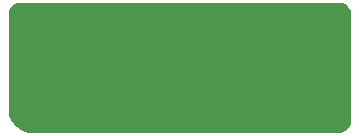
<source format=gbr>
%TF.GenerationSoftware,Altium Limited,Altium Designer,23.8.1 (32)*%
G04 Layer_Physical_Order=2*
G04 Layer_Color=16711680*
%FSLAX45Y45*%
%MOMM*%
%TF.SameCoordinates,393DA38D-9EAD-4A4F-8124-397B525DC7AF*%
%TF.FilePolarity,Positive*%
%TF.FileFunction,Copper,L2,Bot,Signal*%
%TF.Part,Single*%
G01*
G75*
%TA.AperFunction,ViaPad*%
%ADD15C,0.70000*%
G36*
X-120831Y1146157D02*
X-102633Y1138619D01*
X-86254Y1127675D01*
X-72325Y1113746D01*
X-61381Y1097368D01*
X-53843Y1079169D01*
X-50000Y1059849D01*
Y1050000D01*
Y150000D01*
Y140151D01*
X-53843Y120831D01*
X-61381Y102632D01*
X-72325Y86254D01*
X-86254Y72325D01*
X-102633Y61381D01*
X-120831Y53843D01*
X-140151Y50000D01*
X-2769699D01*
X-2808338Y57686D01*
X-2844736Y72762D01*
X-2877493Y94650D01*
X-2905351Y122507D01*
X-2927238Y155264D01*
X-2942314Y191662D01*
X-2950000Y230302D01*
Y250000D01*
Y1050000D01*
Y1059849D01*
X-2946157Y1079169D01*
X-2938619Y1097368D01*
X-2927675Y1113746D01*
X-2913747Y1127675D01*
X-2897368Y1138619D01*
X-2879169Y1146157D01*
X-2859849Y1150000D01*
X-140151D01*
X-120831Y1146157D01*
D02*
G37*
D15*
X-600000Y475000D02*
D03*
X-950000Y550000D02*
D03*
X-1530000Y600000D02*
D03*
X-1900000Y559922D02*
D03*
X-2450000Y400000D02*
D03*
%TF.MD5,abba83beb41ccb3f2352a9655d514d4b*%
M02*

</source>
